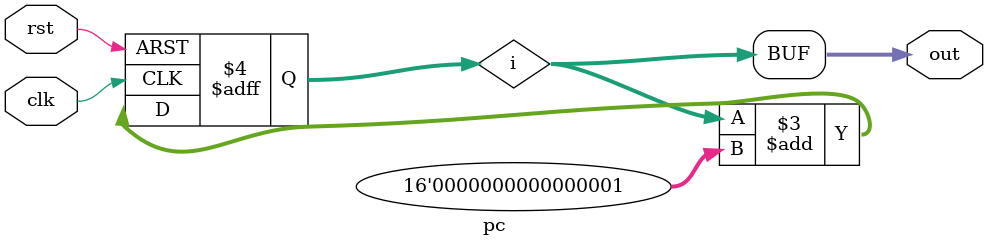
<source format=v>
module pc(clk,out,rst);
	input clk,rst;
	output [20:0] out;
	reg [20:0] i;
always @(posedge clk or negedge rst)
begin
 if (!rst)
	 i<= 16'd0;
	else
	i = i +16'd1;
end
assign out = i;
endmodule
	
</source>
